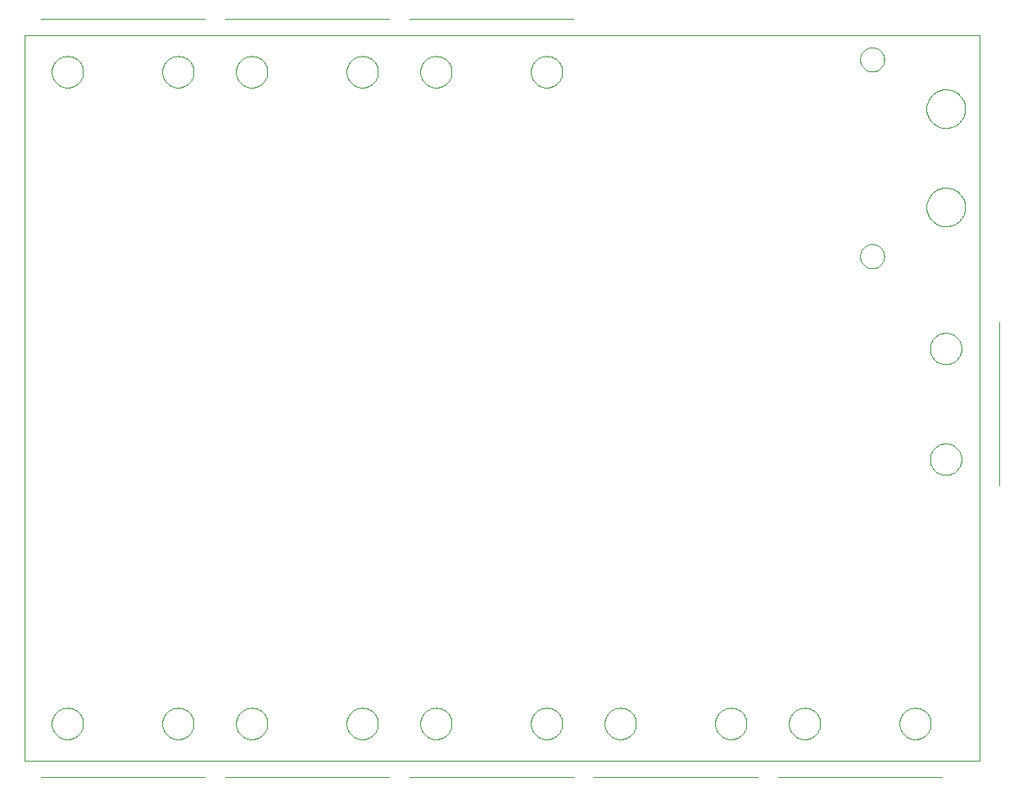
<source format=gbp>
G75*
%MOIN*%
%OFA0B0*%
%FSLAX24Y24*%
%IPPOS*%
%LPD*%
%AMOC8*
5,1,8,0,0,1.08239X$1,22.5*
%
%ADD10C,0.0000*%
%ADD11C,0.0004*%
D10*
X000487Y001704D02*
X000487Y031200D01*
X039357Y031200D01*
X039357Y001704D01*
X000487Y001704D01*
X001597Y003204D02*
X001599Y003254D01*
X001605Y003304D01*
X001615Y003353D01*
X001628Y003402D01*
X001646Y003449D01*
X001667Y003495D01*
X001691Y003538D01*
X001719Y003580D01*
X001750Y003620D01*
X001784Y003657D01*
X001821Y003691D01*
X001861Y003722D01*
X001903Y003750D01*
X001946Y003774D01*
X001992Y003795D01*
X002039Y003813D01*
X002088Y003826D01*
X002137Y003836D01*
X002187Y003842D01*
X002237Y003844D01*
X002287Y003842D01*
X002337Y003836D01*
X002386Y003826D01*
X002435Y003813D01*
X002482Y003795D01*
X002528Y003774D01*
X002571Y003750D01*
X002613Y003722D01*
X002653Y003691D01*
X002690Y003657D01*
X002724Y003620D01*
X002755Y003580D01*
X002783Y003538D01*
X002807Y003495D01*
X002828Y003449D01*
X002846Y003402D01*
X002859Y003353D01*
X002869Y003304D01*
X002875Y003254D01*
X002877Y003204D01*
X002875Y003154D01*
X002869Y003104D01*
X002859Y003055D01*
X002846Y003006D01*
X002828Y002959D01*
X002807Y002913D01*
X002783Y002870D01*
X002755Y002828D01*
X002724Y002788D01*
X002690Y002751D01*
X002653Y002717D01*
X002613Y002686D01*
X002571Y002658D01*
X002528Y002634D01*
X002482Y002613D01*
X002435Y002595D01*
X002386Y002582D01*
X002337Y002572D01*
X002287Y002566D01*
X002237Y002564D01*
X002187Y002566D01*
X002137Y002572D01*
X002088Y002582D01*
X002039Y002595D01*
X001992Y002613D01*
X001946Y002634D01*
X001903Y002658D01*
X001861Y002686D01*
X001821Y002717D01*
X001784Y002751D01*
X001750Y002788D01*
X001719Y002828D01*
X001691Y002870D01*
X001667Y002913D01*
X001646Y002959D01*
X001628Y003006D01*
X001615Y003055D01*
X001605Y003104D01*
X001599Y003154D01*
X001597Y003204D01*
X006097Y003204D02*
X006099Y003254D01*
X006105Y003304D01*
X006115Y003353D01*
X006128Y003402D01*
X006146Y003449D01*
X006167Y003495D01*
X006191Y003538D01*
X006219Y003580D01*
X006250Y003620D01*
X006284Y003657D01*
X006321Y003691D01*
X006361Y003722D01*
X006403Y003750D01*
X006446Y003774D01*
X006492Y003795D01*
X006539Y003813D01*
X006588Y003826D01*
X006637Y003836D01*
X006687Y003842D01*
X006737Y003844D01*
X006787Y003842D01*
X006837Y003836D01*
X006886Y003826D01*
X006935Y003813D01*
X006982Y003795D01*
X007028Y003774D01*
X007071Y003750D01*
X007113Y003722D01*
X007153Y003691D01*
X007190Y003657D01*
X007224Y003620D01*
X007255Y003580D01*
X007283Y003538D01*
X007307Y003495D01*
X007328Y003449D01*
X007346Y003402D01*
X007359Y003353D01*
X007369Y003304D01*
X007375Y003254D01*
X007377Y003204D01*
X007375Y003154D01*
X007369Y003104D01*
X007359Y003055D01*
X007346Y003006D01*
X007328Y002959D01*
X007307Y002913D01*
X007283Y002870D01*
X007255Y002828D01*
X007224Y002788D01*
X007190Y002751D01*
X007153Y002717D01*
X007113Y002686D01*
X007071Y002658D01*
X007028Y002634D01*
X006982Y002613D01*
X006935Y002595D01*
X006886Y002582D01*
X006837Y002572D01*
X006787Y002566D01*
X006737Y002564D01*
X006687Y002566D01*
X006637Y002572D01*
X006588Y002582D01*
X006539Y002595D01*
X006492Y002613D01*
X006446Y002634D01*
X006403Y002658D01*
X006361Y002686D01*
X006321Y002717D01*
X006284Y002751D01*
X006250Y002788D01*
X006219Y002828D01*
X006191Y002870D01*
X006167Y002913D01*
X006146Y002959D01*
X006128Y003006D01*
X006115Y003055D01*
X006105Y003104D01*
X006099Y003154D01*
X006097Y003204D01*
X009097Y003204D02*
X009099Y003254D01*
X009105Y003304D01*
X009115Y003353D01*
X009128Y003402D01*
X009146Y003449D01*
X009167Y003495D01*
X009191Y003538D01*
X009219Y003580D01*
X009250Y003620D01*
X009284Y003657D01*
X009321Y003691D01*
X009361Y003722D01*
X009403Y003750D01*
X009446Y003774D01*
X009492Y003795D01*
X009539Y003813D01*
X009588Y003826D01*
X009637Y003836D01*
X009687Y003842D01*
X009737Y003844D01*
X009787Y003842D01*
X009837Y003836D01*
X009886Y003826D01*
X009935Y003813D01*
X009982Y003795D01*
X010028Y003774D01*
X010071Y003750D01*
X010113Y003722D01*
X010153Y003691D01*
X010190Y003657D01*
X010224Y003620D01*
X010255Y003580D01*
X010283Y003538D01*
X010307Y003495D01*
X010328Y003449D01*
X010346Y003402D01*
X010359Y003353D01*
X010369Y003304D01*
X010375Y003254D01*
X010377Y003204D01*
X010375Y003154D01*
X010369Y003104D01*
X010359Y003055D01*
X010346Y003006D01*
X010328Y002959D01*
X010307Y002913D01*
X010283Y002870D01*
X010255Y002828D01*
X010224Y002788D01*
X010190Y002751D01*
X010153Y002717D01*
X010113Y002686D01*
X010071Y002658D01*
X010028Y002634D01*
X009982Y002613D01*
X009935Y002595D01*
X009886Y002582D01*
X009837Y002572D01*
X009787Y002566D01*
X009737Y002564D01*
X009687Y002566D01*
X009637Y002572D01*
X009588Y002582D01*
X009539Y002595D01*
X009492Y002613D01*
X009446Y002634D01*
X009403Y002658D01*
X009361Y002686D01*
X009321Y002717D01*
X009284Y002751D01*
X009250Y002788D01*
X009219Y002828D01*
X009191Y002870D01*
X009167Y002913D01*
X009146Y002959D01*
X009128Y003006D01*
X009115Y003055D01*
X009105Y003104D01*
X009099Y003154D01*
X009097Y003204D01*
X013597Y003204D02*
X013599Y003254D01*
X013605Y003304D01*
X013615Y003353D01*
X013628Y003402D01*
X013646Y003449D01*
X013667Y003495D01*
X013691Y003538D01*
X013719Y003580D01*
X013750Y003620D01*
X013784Y003657D01*
X013821Y003691D01*
X013861Y003722D01*
X013903Y003750D01*
X013946Y003774D01*
X013992Y003795D01*
X014039Y003813D01*
X014088Y003826D01*
X014137Y003836D01*
X014187Y003842D01*
X014237Y003844D01*
X014287Y003842D01*
X014337Y003836D01*
X014386Y003826D01*
X014435Y003813D01*
X014482Y003795D01*
X014528Y003774D01*
X014571Y003750D01*
X014613Y003722D01*
X014653Y003691D01*
X014690Y003657D01*
X014724Y003620D01*
X014755Y003580D01*
X014783Y003538D01*
X014807Y003495D01*
X014828Y003449D01*
X014846Y003402D01*
X014859Y003353D01*
X014869Y003304D01*
X014875Y003254D01*
X014877Y003204D01*
X014875Y003154D01*
X014869Y003104D01*
X014859Y003055D01*
X014846Y003006D01*
X014828Y002959D01*
X014807Y002913D01*
X014783Y002870D01*
X014755Y002828D01*
X014724Y002788D01*
X014690Y002751D01*
X014653Y002717D01*
X014613Y002686D01*
X014571Y002658D01*
X014528Y002634D01*
X014482Y002613D01*
X014435Y002595D01*
X014386Y002582D01*
X014337Y002572D01*
X014287Y002566D01*
X014237Y002564D01*
X014187Y002566D01*
X014137Y002572D01*
X014088Y002582D01*
X014039Y002595D01*
X013992Y002613D01*
X013946Y002634D01*
X013903Y002658D01*
X013861Y002686D01*
X013821Y002717D01*
X013784Y002751D01*
X013750Y002788D01*
X013719Y002828D01*
X013691Y002870D01*
X013667Y002913D01*
X013646Y002959D01*
X013628Y003006D01*
X013615Y003055D01*
X013605Y003104D01*
X013599Y003154D01*
X013597Y003204D01*
X016597Y003204D02*
X016599Y003254D01*
X016605Y003304D01*
X016615Y003353D01*
X016628Y003402D01*
X016646Y003449D01*
X016667Y003495D01*
X016691Y003538D01*
X016719Y003580D01*
X016750Y003620D01*
X016784Y003657D01*
X016821Y003691D01*
X016861Y003722D01*
X016903Y003750D01*
X016946Y003774D01*
X016992Y003795D01*
X017039Y003813D01*
X017088Y003826D01*
X017137Y003836D01*
X017187Y003842D01*
X017237Y003844D01*
X017287Y003842D01*
X017337Y003836D01*
X017386Y003826D01*
X017435Y003813D01*
X017482Y003795D01*
X017528Y003774D01*
X017571Y003750D01*
X017613Y003722D01*
X017653Y003691D01*
X017690Y003657D01*
X017724Y003620D01*
X017755Y003580D01*
X017783Y003538D01*
X017807Y003495D01*
X017828Y003449D01*
X017846Y003402D01*
X017859Y003353D01*
X017869Y003304D01*
X017875Y003254D01*
X017877Y003204D01*
X017875Y003154D01*
X017869Y003104D01*
X017859Y003055D01*
X017846Y003006D01*
X017828Y002959D01*
X017807Y002913D01*
X017783Y002870D01*
X017755Y002828D01*
X017724Y002788D01*
X017690Y002751D01*
X017653Y002717D01*
X017613Y002686D01*
X017571Y002658D01*
X017528Y002634D01*
X017482Y002613D01*
X017435Y002595D01*
X017386Y002582D01*
X017337Y002572D01*
X017287Y002566D01*
X017237Y002564D01*
X017187Y002566D01*
X017137Y002572D01*
X017088Y002582D01*
X017039Y002595D01*
X016992Y002613D01*
X016946Y002634D01*
X016903Y002658D01*
X016861Y002686D01*
X016821Y002717D01*
X016784Y002751D01*
X016750Y002788D01*
X016719Y002828D01*
X016691Y002870D01*
X016667Y002913D01*
X016646Y002959D01*
X016628Y003006D01*
X016615Y003055D01*
X016605Y003104D01*
X016599Y003154D01*
X016597Y003204D01*
X021097Y003204D02*
X021099Y003254D01*
X021105Y003304D01*
X021115Y003353D01*
X021128Y003402D01*
X021146Y003449D01*
X021167Y003495D01*
X021191Y003538D01*
X021219Y003580D01*
X021250Y003620D01*
X021284Y003657D01*
X021321Y003691D01*
X021361Y003722D01*
X021403Y003750D01*
X021446Y003774D01*
X021492Y003795D01*
X021539Y003813D01*
X021588Y003826D01*
X021637Y003836D01*
X021687Y003842D01*
X021737Y003844D01*
X021787Y003842D01*
X021837Y003836D01*
X021886Y003826D01*
X021935Y003813D01*
X021982Y003795D01*
X022028Y003774D01*
X022071Y003750D01*
X022113Y003722D01*
X022153Y003691D01*
X022190Y003657D01*
X022224Y003620D01*
X022255Y003580D01*
X022283Y003538D01*
X022307Y003495D01*
X022328Y003449D01*
X022346Y003402D01*
X022359Y003353D01*
X022369Y003304D01*
X022375Y003254D01*
X022377Y003204D01*
X022375Y003154D01*
X022369Y003104D01*
X022359Y003055D01*
X022346Y003006D01*
X022328Y002959D01*
X022307Y002913D01*
X022283Y002870D01*
X022255Y002828D01*
X022224Y002788D01*
X022190Y002751D01*
X022153Y002717D01*
X022113Y002686D01*
X022071Y002658D01*
X022028Y002634D01*
X021982Y002613D01*
X021935Y002595D01*
X021886Y002582D01*
X021837Y002572D01*
X021787Y002566D01*
X021737Y002564D01*
X021687Y002566D01*
X021637Y002572D01*
X021588Y002582D01*
X021539Y002595D01*
X021492Y002613D01*
X021446Y002634D01*
X021403Y002658D01*
X021361Y002686D01*
X021321Y002717D01*
X021284Y002751D01*
X021250Y002788D01*
X021219Y002828D01*
X021191Y002870D01*
X021167Y002913D01*
X021146Y002959D01*
X021128Y003006D01*
X021115Y003055D01*
X021105Y003104D01*
X021099Y003154D01*
X021097Y003204D01*
X024097Y003204D02*
X024099Y003254D01*
X024105Y003304D01*
X024115Y003353D01*
X024128Y003402D01*
X024146Y003449D01*
X024167Y003495D01*
X024191Y003538D01*
X024219Y003580D01*
X024250Y003620D01*
X024284Y003657D01*
X024321Y003691D01*
X024361Y003722D01*
X024403Y003750D01*
X024446Y003774D01*
X024492Y003795D01*
X024539Y003813D01*
X024588Y003826D01*
X024637Y003836D01*
X024687Y003842D01*
X024737Y003844D01*
X024787Y003842D01*
X024837Y003836D01*
X024886Y003826D01*
X024935Y003813D01*
X024982Y003795D01*
X025028Y003774D01*
X025071Y003750D01*
X025113Y003722D01*
X025153Y003691D01*
X025190Y003657D01*
X025224Y003620D01*
X025255Y003580D01*
X025283Y003538D01*
X025307Y003495D01*
X025328Y003449D01*
X025346Y003402D01*
X025359Y003353D01*
X025369Y003304D01*
X025375Y003254D01*
X025377Y003204D01*
X025375Y003154D01*
X025369Y003104D01*
X025359Y003055D01*
X025346Y003006D01*
X025328Y002959D01*
X025307Y002913D01*
X025283Y002870D01*
X025255Y002828D01*
X025224Y002788D01*
X025190Y002751D01*
X025153Y002717D01*
X025113Y002686D01*
X025071Y002658D01*
X025028Y002634D01*
X024982Y002613D01*
X024935Y002595D01*
X024886Y002582D01*
X024837Y002572D01*
X024787Y002566D01*
X024737Y002564D01*
X024687Y002566D01*
X024637Y002572D01*
X024588Y002582D01*
X024539Y002595D01*
X024492Y002613D01*
X024446Y002634D01*
X024403Y002658D01*
X024361Y002686D01*
X024321Y002717D01*
X024284Y002751D01*
X024250Y002788D01*
X024219Y002828D01*
X024191Y002870D01*
X024167Y002913D01*
X024146Y002959D01*
X024128Y003006D01*
X024115Y003055D01*
X024105Y003104D01*
X024099Y003154D01*
X024097Y003204D01*
X028597Y003204D02*
X028599Y003254D01*
X028605Y003304D01*
X028615Y003353D01*
X028628Y003402D01*
X028646Y003449D01*
X028667Y003495D01*
X028691Y003538D01*
X028719Y003580D01*
X028750Y003620D01*
X028784Y003657D01*
X028821Y003691D01*
X028861Y003722D01*
X028903Y003750D01*
X028946Y003774D01*
X028992Y003795D01*
X029039Y003813D01*
X029088Y003826D01*
X029137Y003836D01*
X029187Y003842D01*
X029237Y003844D01*
X029287Y003842D01*
X029337Y003836D01*
X029386Y003826D01*
X029435Y003813D01*
X029482Y003795D01*
X029528Y003774D01*
X029571Y003750D01*
X029613Y003722D01*
X029653Y003691D01*
X029690Y003657D01*
X029724Y003620D01*
X029755Y003580D01*
X029783Y003538D01*
X029807Y003495D01*
X029828Y003449D01*
X029846Y003402D01*
X029859Y003353D01*
X029869Y003304D01*
X029875Y003254D01*
X029877Y003204D01*
X029875Y003154D01*
X029869Y003104D01*
X029859Y003055D01*
X029846Y003006D01*
X029828Y002959D01*
X029807Y002913D01*
X029783Y002870D01*
X029755Y002828D01*
X029724Y002788D01*
X029690Y002751D01*
X029653Y002717D01*
X029613Y002686D01*
X029571Y002658D01*
X029528Y002634D01*
X029482Y002613D01*
X029435Y002595D01*
X029386Y002582D01*
X029337Y002572D01*
X029287Y002566D01*
X029237Y002564D01*
X029187Y002566D01*
X029137Y002572D01*
X029088Y002582D01*
X029039Y002595D01*
X028992Y002613D01*
X028946Y002634D01*
X028903Y002658D01*
X028861Y002686D01*
X028821Y002717D01*
X028784Y002751D01*
X028750Y002788D01*
X028719Y002828D01*
X028691Y002870D01*
X028667Y002913D01*
X028646Y002959D01*
X028628Y003006D01*
X028615Y003055D01*
X028605Y003104D01*
X028599Y003154D01*
X028597Y003204D01*
X031597Y003204D02*
X031599Y003254D01*
X031605Y003304D01*
X031615Y003353D01*
X031628Y003402D01*
X031646Y003449D01*
X031667Y003495D01*
X031691Y003538D01*
X031719Y003580D01*
X031750Y003620D01*
X031784Y003657D01*
X031821Y003691D01*
X031861Y003722D01*
X031903Y003750D01*
X031946Y003774D01*
X031992Y003795D01*
X032039Y003813D01*
X032088Y003826D01*
X032137Y003836D01*
X032187Y003842D01*
X032237Y003844D01*
X032287Y003842D01*
X032337Y003836D01*
X032386Y003826D01*
X032435Y003813D01*
X032482Y003795D01*
X032528Y003774D01*
X032571Y003750D01*
X032613Y003722D01*
X032653Y003691D01*
X032690Y003657D01*
X032724Y003620D01*
X032755Y003580D01*
X032783Y003538D01*
X032807Y003495D01*
X032828Y003449D01*
X032846Y003402D01*
X032859Y003353D01*
X032869Y003304D01*
X032875Y003254D01*
X032877Y003204D01*
X032875Y003154D01*
X032869Y003104D01*
X032859Y003055D01*
X032846Y003006D01*
X032828Y002959D01*
X032807Y002913D01*
X032783Y002870D01*
X032755Y002828D01*
X032724Y002788D01*
X032690Y002751D01*
X032653Y002717D01*
X032613Y002686D01*
X032571Y002658D01*
X032528Y002634D01*
X032482Y002613D01*
X032435Y002595D01*
X032386Y002582D01*
X032337Y002572D01*
X032287Y002566D01*
X032237Y002564D01*
X032187Y002566D01*
X032137Y002572D01*
X032088Y002582D01*
X032039Y002595D01*
X031992Y002613D01*
X031946Y002634D01*
X031903Y002658D01*
X031861Y002686D01*
X031821Y002717D01*
X031784Y002751D01*
X031750Y002788D01*
X031719Y002828D01*
X031691Y002870D01*
X031667Y002913D01*
X031646Y002959D01*
X031628Y003006D01*
X031615Y003055D01*
X031605Y003104D01*
X031599Y003154D01*
X031597Y003204D01*
X036097Y003204D02*
X036099Y003254D01*
X036105Y003304D01*
X036115Y003353D01*
X036128Y003402D01*
X036146Y003449D01*
X036167Y003495D01*
X036191Y003538D01*
X036219Y003580D01*
X036250Y003620D01*
X036284Y003657D01*
X036321Y003691D01*
X036361Y003722D01*
X036403Y003750D01*
X036446Y003774D01*
X036492Y003795D01*
X036539Y003813D01*
X036588Y003826D01*
X036637Y003836D01*
X036687Y003842D01*
X036737Y003844D01*
X036787Y003842D01*
X036837Y003836D01*
X036886Y003826D01*
X036935Y003813D01*
X036982Y003795D01*
X037028Y003774D01*
X037071Y003750D01*
X037113Y003722D01*
X037153Y003691D01*
X037190Y003657D01*
X037224Y003620D01*
X037255Y003580D01*
X037283Y003538D01*
X037307Y003495D01*
X037328Y003449D01*
X037346Y003402D01*
X037359Y003353D01*
X037369Y003304D01*
X037375Y003254D01*
X037377Y003204D01*
X037375Y003154D01*
X037369Y003104D01*
X037359Y003055D01*
X037346Y003006D01*
X037328Y002959D01*
X037307Y002913D01*
X037283Y002870D01*
X037255Y002828D01*
X037224Y002788D01*
X037190Y002751D01*
X037153Y002717D01*
X037113Y002686D01*
X037071Y002658D01*
X037028Y002634D01*
X036982Y002613D01*
X036935Y002595D01*
X036886Y002582D01*
X036837Y002572D01*
X036787Y002566D01*
X036737Y002564D01*
X036687Y002566D01*
X036637Y002572D01*
X036588Y002582D01*
X036539Y002595D01*
X036492Y002613D01*
X036446Y002634D01*
X036403Y002658D01*
X036361Y002686D01*
X036321Y002717D01*
X036284Y002751D01*
X036250Y002788D01*
X036219Y002828D01*
X036191Y002870D01*
X036167Y002913D01*
X036146Y002959D01*
X036128Y003006D01*
X036115Y003055D01*
X036105Y003104D01*
X036099Y003154D01*
X036097Y003204D01*
X037347Y013954D02*
X037349Y014004D01*
X037355Y014054D01*
X037365Y014103D01*
X037378Y014152D01*
X037396Y014199D01*
X037417Y014245D01*
X037441Y014288D01*
X037469Y014330D01*
X037500Y014370D01*
X037534Y014407D01*
X037571Y014441D01*
X037611Y014472D01*
X037653Y014500D01*
X037696Y014524D01*
X037742Y014545D01*
X037789Y014563D01*
X037838Y014576D01*
X037887Y014586D01*
X037937Y014592D01*
X037987Y014594D01*
X038037Y014592D01*
X038087Y014586D01*
X038136Y014576D01*
X038185Y014563D01*
X038232Y014545D01*
X038278Y014524D01*
X038321Y014500D01*
X038363Y014472D01*
X038403Y014441D01*
X038440Y014407D01*
X038474Y014370D01*
X038505Y014330D01*
X038533Y014288D01*
X038557Y014245D01*
X038578Y014199D01*
X038596Y014152D01*
X038609Y014103D01*
X038619Y014054D01*
X038625Y014004D01*
X038627Y013954D01*
X038625Y013904D01*
X038619Y013854D01*
X038609Y013805D01*
X038596Y013756D01*
X038578Y013709D01*
X038557Y013663D01*
X038533Y013620D01*
X038505Y013578D01*
X038474Y013538D01*
X038440Y013501D01*
X038403Y013467D01*
X038363Y013436D01*
X038321Y013408D01*
X038278Y013384D01*
X038232Y013363D01*
X038185Y013345D01*
X038136Y013332D01*
X038087Y013322D01*
X038037Y013316D01*
X037987Y013314D01*
X037937Y013316D01*
X037887Y013322D01*
X037838Y013332D01*
X037789Y013345D01*
X037742Y013363D01*
X037696Y013384D01*
X037653Y013408D01*
X037611Y013436D01*
X037571Y013467D01*
X037534Y013501D01*
X037500Y013538D01*
X037469Y013578D01*
X037441Y013620D01*
X037417Y013663D01*
X037396Y013709D01*
X037378Y013756D01*
X037365Y013805D01*
X037355Y013854D01*
X037349Y013904D01*
X037347Y013954D01*
X037347Y018454D02*
X037349Y018504D01*
X037355Y018554D01*
X037365Y018603D01*
X037378Y018652D01*
X037396Y018699D01*
X037417Y018745D01*
X037441Y018788D01*
X037469Y018830D01*
X037500Y018870D01*
X037534Y018907D01*
X037571Y018941D01*
X037611Y018972D01*
X037653Y019000D01*
X037696Y019024D01*
X037742Y019045D01*
X037789Y019063D01*
X037838Y019076D01*
X037887Y019086D01*
X037937Y019092D01*
X037987Y019094D01*
X038037Y019092D01*
X038087Y019086D01*
X038136Y019076D01*
X038185Y019063D01*
X038232Y019045D01*
X038278Y019024D01*
X038321Y019000D01*
X038363Y018972D01*
X038403Y018941D01*
X038440Y018907D01*
X038474Y018870D01*
X038505Y018830D01*
X038533Y018788D01*
X038557Y018745D01*
X038578Y018699D01*
X038596Y018652D01*
X038609Y018603D01*
X038619Y018554D01*
X038625Y018504D01*
X038627Y018454D01*
X038625Y018404D01*
X038619Y018354D01*
X038609Y018305D01*
X038596Y018256D01*
X038578Y018209D01*
X038557Y018163D01*
X038533Y018120D01*
X038505Y018078D01*
X038474Y018038D01*
X038440Y018001D01*
X038403Y017967D01*
X038363Y017936D01*
X038321Y017908D01*
X038278Y017884D01*
X038232Y017863D01*
X038185Y017845D01*
X038136Y017832D01*
X038087Y017822D01*
X038037Y017816D01*
X037987Y017814D01*
X037937Y017816D01*
X037887Y017822D01*
X037838Y017832D01*
X037789Y017845D01*
X037742Y017863D01*
X037696Y017884D01*
X037653Y017908D01*
X037611Y017936D01*
X037571Y017967D01*
X037534Y018001D01*
X037500Y018038D01*
X037469Y018078D01*
X037441Y018120D01*
X037417Y018163D01*
X037396Y018209D01*
X037378Y018256D01*
X037365Y018305D01*
X037355Y018354D01*
X037349Y018404D01*
X037347Y018454D01*
X034495Y022204D02*
X034497Y022248D01*
X034503Y022292D01*
X034513Y022335D01*
X034526Y022377D01*
X034544Y022417D01*
X034565Y022456D01*
X034589Y022493D01*
X034616Y022528D01*
X034647Y022560D01*
X034680Y022589D01*
X034716Y022615D01*
X034754Y022637D01*
X034794Y022656D01*
X034835Y022672D01*
X034878Y022684D01*
X034921Y022692D01*
X034965Y022696D01*
X035009Y022696D01*
X035053Y022692D01*
X035096Y022684D01*
X035139Y022672D01*
X035180Y022656D01*
X035220Y022637D01*
X035258Y022615D01*
X035294Y022589D01*
X035327Y022560D01*
X035358Y022528D01*
X035385Y022493D01*
X035409Y022456D01*
X035430Y022417D01*
X035448Y022377D01*
X035461Y022335D01*
X035471Y022292D01*
X035477Y022248D01*
X035479Y022204D01*
X035477Y022160D01*
X035471Y022116D01*
X035461Y022073D01*
X035448Y022031D01*
X035430Y021991D01*
X035409Y021952D01*
X035385Y021915D01*
X035358Y021880D01*
X035327Y021848D01*
X035294Y021819D01*
X035258Y021793D01*
X035220Y021771D01*
X035180Y021752D01*
X035139Y021736D01*
X035096Y021724D01*
X035053Y021716D01*
X035009Y021712D01*
X034965Y021712D01*
X034921Y021716D01*
X034878Y021724D01*
X034835Y021736D01*
X034794Y021752D01*
X034754Y021771D01*
X034716Y021793D01*
X034680Y021819D01*
X034647Y021848D01*
X034616Y021880D01*
X034589Y021915D01*
X034565Y021952D01*
X034544Y021991D01*
X034526Y022031D01*
X034513Y022073D01*
X034503Y022116D01*
X034497Y022160D01*
X034495Y022204D01*
X037200Y024204D02*
X037202Y024260D01*
X037208Y024315D01*
X037218Y024369D01*
X037231Y024423D01*
X037249Y024476D01*
X037270Y024527D01*
X037294Y024577D01*
X037322Y024625D01*
X037354Y024671D01*
X037388Y024715D01*
X037426Y024756D01*
X037466Y024794D01*
X037509Y024829D01*
X037554Y024861D01*
X037602Y024890D01*
X037651Y024916D01*
X037702Y024938D01*
X037754Y024956D01*
X037808Y024970D01*
X037863Y024981D01*
X037918Y024988D01*
X037973Y024991D01*
X038029Y024990D01*
X038084Y024985D01*
X038139Y024976D01*
X038193Y024964D01*
X038246Y024947D01*
X038298Y024927D01*
X038348Y024903D01*
X038396Y024876D01*
X038443Y024846D01*
X038487Y024812D01*
X038529Y024775D01*
X038567Y024735D01*
X038604Y024693D01*
X038637Y024648D01*
X038666Y024602D01*
X038693Y024553D01*
X038715Y024502D01*
X038735Y024450D01*
X038750Y024396D01*
X038762Y024342D01*
X038770Y024287D01*
X038774Y024232D01*
X038774Y024176D01*
X038770Y024121D01*
X038762Y024066D01*
X038750Y024012D01*
X038735Y023958D01*
X038715Y023906D01*
X038693Y023855D01*
X038666Y023806D01*
X038637Y023760D01*
X038604Y023715D01*
X038567Y023673D01*
X038529Y023633D01*
X038487Y023596D01*
X038443Y023562D01*
X038396Y023532D01*
X038348Y023505D01*
X038298Y023481D01*
X038246Y023461D01*
X038193Y023444D01*
X038139Y023432D01*
X038084Y023423D01*
X038029Y023418D01*
X037973Y023417D01*
X037918Y023420D01*
X037863Y023427D01*
X037808Y023438D01*
X037754Y023452D01*
X037702Y023470D01*
X037651Y023492D01*
X037602Y023518D01*
X037554Y023547D01*
X037509Y023579D01*
X037466Y023614D01*
X037426Y023652D01*
X037388Y023693D01*
X037354Y023737D01*
X037322Y023783D01*
X037294Y023831D01*
X037270Y023881D01*
X037249Y023932D01*
X037231Y023985D01*
X037218Y024039D01*
X037208Y024093D01*
X037202Y024148D01*
X037200Y024204D01*
X037200Y028204D02*
X037202Y028260D01*
X037208Y028315D01*
X037218Y028369D01*
X037231Y028423D01*
X037249Y028476D01*
X037270Y028527D01*
X037294Y028577D01*
X037322Y028625D01*
X037354Y028671D01*
X037388Y028715D01*
X037426Y028756D01*
X037466Y028794D01*
X037509Y028829D01*
X037554Y028861D01*
X037602Y028890D01*
X037651Y028916D01*
X037702Y028938D01*
X037754Y028956D01*
X037808Y028970D01*
X037863Y028981D01*
X037918Y028988D01*
X037973Y028991D01*
X038029Y028990D01*
X038084Y028985D01*
X038139Y028976D01*
X038193Y028964D01*
X038246Y028947D01*
X038298Y028927D01*
X038348Y028903D01*
X038396Y028876D01*
X038443Y028846D01*
X038487Y028812D01*
X038529Y028775D01*
X038567Y028735D01*
X038604Y028693D01*
X038637Y028648D01*
X038666Y028602D01*
X038693Y028553D01*
X038715Y028502D01*
X038735Y028450D01*
X038750Y028396D01*
X038762Y028342D01*
X038770Y028287D01*
X038774Y028232D01*
X038774Y028176D01*
X038770Y028121D01*
X038762Y028066D01*
X038750Y028012D01*
X038735Y027958D01*
X038715Y027906D01*
X038693Y027855D01*
X038666Y027806D01*
X038637Y027760D01*
X038604Y027715D01*
X038567Y027673D01*
X038529Y027633D01*
X038487Y027596D01*
X038443Y027562D01*
X038396Y027532D01*
X038348Y027505D01*
X038298Y027481D01*
X038246Y027461D01*
X038193Y027444D01*
X038139Y027432D01*
X038084Y027423D01*
X038029Y027418D01*
X037973Y027417D01*
X037918Y027420D01*
X037863Y027427D01*
X037808Y027438D01*
X037754Y027452D01*
X037702Y027470D01*
X037651Y027492D01*
X037602Y027518D01*
X037554Y027547D01*
X037509Y027579D01*
X037466Y027614D01*
X037426Y027652D01*
X037388Y027693D01*
X037354Y027737D01*
X037322Y027783D01*
X037294Y027831D01*
X037270Y027881D01*
X037249Y027932D01*
X037231Y027985D01*
X037218Y028039D01*
X037208Y028093D01*
X037202Y028148D01*
X037200Y028204D01*
X034495Y030204D02*
X034497Y030248D01*
X034503Y030292D01*
X034513Y030335D01*
X034526Y030377D01*
X034544Y030417D01*
X034565Y030456D01*
X034589Y030493D01*
X034616Y030528D01*
X034647Y030560D01*
X034680Y030589D01*
X034716Y030615D01*
X034754Y030637D01*
X034794Y030656D01*
X034835Y030672D01*
X034878Y030684D01*
X034921Y030692D01*
X034965Y030696D01*
X035009Y030696D01*
X035053Y030692D01*
X035096Y030684D01*
X035139Y030672D01*
X035180Y030656D01*
X035220Y030637D01*
X035258Y030615D01*
X035294Y030589D01*
X035327Y030560D01*
X035358Y030528D01*
X035385Y030493D01*
X035409Y030456D01*
X035430Y030417D01*
X035448Y030377D01*
X035461Y030335D01*
X035471Y030292D01*
X035477Y030248D01*
X035479Y030204D01*
X035477Y030160D01*
X035471Y030116D01*
X035461Y030073D01*
X035448Y030031D01*
X035430Y029991D01*
X035409Y029952D01*
X035385Y029915D01*
X035358Y029880D01*
X035327Y029848D01*
X035294Y029819D01*
X035258Y029793D01*
X035220Y029771D01*
X035180Y029752D01*
X035139Y029736D01*
X035096Y029724D01*
X035053Y029716D01*
X035009Y029712D01*
X034965Y029712D01*
X034921Y029716D01*
X034878Y029724D01*
X034835Y029736D01*
X034794Y029752D01*
X034754Y029771D01*
X034716Y029793D01*
X034680Y029819D01*
X034647Y029848D01*
X034616Y029880D01*
X034589Y029915D01*
X034565Y029952D01*
X034544Y029991D01*
X034526Y030031D01*
X034513Y030073D01*
X034503Y030116D01*
X034497Y030160D01*
X034495Y030204D01*
X021097Y029704D02*
X021099Y029754D01*
X021105Y029804D01*
X021115Y029853D01*
X021128Y029902D01*
X021146Y029949D01*
X021167Y029995D01*
X021191Y030038D01*
X021219Y030080D01*
X021250Y030120D01*
X021284Y030157D01*
X021321Y030191D01*
X021361Y030222D01*
X021403Y030250D01*
X021446Y030274D01*
X021492Y030295D01*
X021539Y030313D01*
X021588Y030326D01*
X021637Y030336D01*
X021687Y030342D01*
X021737Y030344D01*
X021787Y030342D01*
X021837Y030336D01*
X021886Y030326D01*
X021935Y030313D01*
X021982Y030295D01*
X022028Y030274D01*
X022071Y030250D01*
X022113Y030222D01*
X022153Y030191D01*
X022190Y030157D01*
X022224Y030120D01*
X022255Y030080D01*
X022283Y030038D01*
X022307Y029995D01*
X022328Y029949D01*
X022346Y029902D01*
X022359Y029853D01*
X022369Y029804D01*
X022375Y029754D01*
X022377Y029704D01*
X022375Y029654D01*
X022369Y029604D01*
X022359Y029555D01*
X022346Y029506D01*
X022328Y029459D01*
X022307Y029413D01*
X022283Y029370D01*
X022255Y029328D01*
X022224Y029288D01*
X022190Y029251D01*
X022153Y029217D01*
X022113Y029186D01*
X022071Y029158D01*
X022028Y029134D01*
X021982Y029113D01*
X021935Y029095D01*
X021886Y029082D01*
X021837Y029072D01*
X021787Y029066D01*
X021737Y029064D01*
X021687Y029066D01*
X021637Y029072D01*
X021588Y029082D01*
X021539Y029095D01*
X021492Y029113D01*
X021446Y029134D01*
X021403Y029158D01*
X021361Y029186D01*
X021321Y029217D01*
X021284Y029251D01*
X021250Y029288D01*
X021219Y029328D01*
X021191Y029370D01*
X021167Y029413D01*
X021146Y029459D01*
X021128Y029506D01*
X021115Y029555D01*
X021105Y029604D01*
X021099Y029654D01*
X021097Y029704D01*
X016597Y029704D02*
X016599Y029754D01*
X016605Y029804D01*
X016615Y029853D01*
X016628Y029902D01*
X016646Y029949D01*
X016667Y029995D01*
X016691Y030038D01*
X016719Y030080D01*
X016750Y030120D01*
X016784Y030157D01*
X016821Y030191D01*
X016861Y030222D01*
X016903Y030250D01*
X016946Y030274D01*
X016992Y030295D01*
X017039Y030313D01*
X017088Y030326D01*
X017137Y030336D01*
X017187Y030342D01*
X017237Y030344D01*
X017287Y030342D01*
X017337Y030336D01*
X017386Y030326D01*
X017435Y030313D01*
X017482Y030295D01*
X017528Y030274D01*
X017571Y030250D01*
X017613Y030222D01*
X017653Y030191D01*
X017690Y030157D01*
X017724Y030120D01*
X017755Y030080D01*
X017783Y030038D01*
X017807Y029995D01*
X017828Y029949D01*
X017846Y029902D01*
X017859Y029853D01*
X017869Y029804D01*
X017875Y029754D01*
X017877Y029704D01*
X017875Y029654D01*
X017869Y029604D01*
X017859Y029555D01*
X017846Y029506D01*
X017828Y029459D01*
X017807Y029413D01*
X017783Y029370D01*
X017755Y029328D01*
X017724Y029288D01*
X017690Y029251D01*
X017653Y029217D01*
X017613Y029186D01*
X017571Y029158D01*
X017528Y029134D01*
X017482Y029113D01*
X017435Y029095D01*
X017386Y029082D01*
X017337Y029072D01*
X017287Y029066D01*
X017237Y029064D01*
X017187Y029066D01*
X017137Y029072D01*
X017088Y029082D01*
X017039Y029095D01*
X016992Y029113D01*
X016946Y029134D01*
X016903Y029158D01*
X016861Y029186D01*
X016821Y029217D01*
X016784Y029251D01*
X016750Y029288D01*
X016719Y029328D01*
X016691Y029370D01*
X016667Y029413D01*
X016646Y029459D01*
X016628Y029506D01*
X016615Y029555D01*
X016605Y029604D01*
X016599Y029654D01*
X016597Y029704D01*
X013597Y029704D02*
X013599Y029754D01*
X013605Y029804D01*
X013615Y029853D01*
X013628Y029902D01*
X013646Y029949D01*
X013667Y029995D01*
X013691Y030038D01*
X013719Y030080D01*
X013750Y030120D01*
X013784Y030157D01*
X013821Y030191D01*
X013861Y030222D01*
X013903Y030250D01*
X013946Y030274D01*
X013992Y030295D01*
X014039Y030313D01*
X014088Y030326D01*
X014137Y030336D01*
X014187Y030342D01*
X014237Y030344D01*
X014287Y030342D01*
X014337Y030336D01*
X014386Y030326D01*
X014435Y030313D01*
X014482Y030295D01*
X014528Y030274D01*
X014571Y030250D01*
X014613Y030222D01*
X014653Y030191D01*
X014690Y030157D01*
X014724Y030120D01*
X014755Y030080D01*
X014783Y030038D01*
X014807Y029995D01*
X014828Y029949D01*
X014846Y029902D01*
X014859Y029853D01*
X014869Y029804D01*
X014875Y029754D01*
X014877Y029704D01*
X014875Y029654D01*
X014869Y029604D01*
X014859Y029555D01*
X014846Y029506D01*
X014828Y029459D01*
X014807Y029413D01*
X014783Y029370D01*
X014755Y029328D01*
X014724Y029288D01*
X014690Y029251D01*
X014653Y029217D01*
X014613Y029186D01*
X014571Y029158D01*
X014528Y029134D01*
X014482Y029113D01*
X014435Y029095D01*
X014386Y029082D01*
X014337Y029072D01*
X014287Y029066D01*
X014237Y029064D01*
X014187Y029066D01*
X014137Y029072D01*
X014088Y029082D01*
X014039Y029095D01*
X013992Y029113D01*
X013946Y029134D01*
X013903Y029158D01*
X013861Y029186D01*
X013821Y029217D01*
X013784Y029251D01*
X013750Y029288D01*
X013719Y029328D01*
X013691Y029370D01*
X013667Y029413D01*
X013646Y029459D01*
X013628Y029506D01*
X013615Y029555D01*
X013605Y029604D01*
X013599Y029654D01*
X013597Y029704D01*
X009097Y029704D02*
X009099Y029754D01*
X009105Y029804D01*
X009115Y029853D01*
X009128Y029902D01*
X009146Y029949D01*
X009167Y029995D01*
X009191Y030038D01*
X009219Y030080D01*
X009250Y030120D01*
X009284Y030157D01*
X009321Y030191D01*
X009361Y030222D01*
X009403Y030250D01*
X009446Y030274D01*
X009492Y030295D01*
X009539Y030313D01*
X009588Y030326D01*
X009637Y030336D01*
X009687Y030342D01*
X009737Y030344D01*
X009787Y030342D01*
X009837Y030336D01*
X009886Y030326D01*
X009935Y030313D01*
X009982Y030295D01*
X010028Y030274D01*
X010071Y030250D01*
X010113Y030222D01*
X010153Y030191D01*
X010190Y030157D01*
X010224Y030120D01*
X010255Y030080D01*
X010283Y030038D01*
X010307Y029995D01*
X010328Y029949D01*
X010346Y029902D01*
X010359Y029853D01*
X010369Y029804D01*
X010375Y029754D01*
X010377Y029704D01*
X010375Y029654D01*
X010369Y029604D01*
X010359Y029555D01*
X010346Y029506D01*
X010328Y029459D01*
X010307Y029413D01*
X010283Y029370D01*
X010255Y029328D01*
X010224Y029288D01*
X010190Y029251D01*
X010153Y029217D01*
X010113Y029186D01*
X010071Y029158D01*
X010028Y029134D01*
X009982Y029113D01*
X009935Y029095D01*
X009886Y029082D01*
X009837Y029072D01*
X009787Y029066D01*
X009737Y029064D01*
X009687Y029066D01*
X009637Y029072D01*
X009588Y029082D01*
X009539Y029095D01*
X009492Y029113D01*
X009446Y029134D01*
X009403Y029158D01*
X009361Y029186D01*
X009321Y029217D01*
X009284Y029251D01*
X009250Y029288D01*
X009219Y029328D01*
X009191Y029370D01*
X009167Y029413D01*
X009146Y029459D01*
X009128Y029506D01*
X009115Y029555D01*
X009105Y029604D01*
X009099Y029654D01*
X009097Y029704D01*
X006097Y029704D02*
X006099Y029754D01*
X006105Y029804D01*
X006115Y029853D01*
X006128Y029902D01*
X006146Y029949D01*
X006167Y029995D01*
X006191Y030038D01*
X006219Y030080D01*
X006250Y030120D01*
X006284Y030157D01*
X006321Y030191D01*
X006361Y030222D01*
X006403Y030250D01*
X006446Y030274D01*
X006492Y030295D01*
X006539Y030313D01*
X006588Y030326D01*
X006637Y030336D01*
X006687Y030342D01*
X006737Y030344D01*
X006787Y030342D01*
X006837Y030336D01*
X006886Y030326D01*
X006935Y030313D01*
X006982Y030295D01*
X007028Y030274D01*
X007071Y030250D01*
X007113Y030222D01*
X007153Y030191D01*
X007190Y030157D01*
X007224Y030120D01*
X007255Y030080D01*
X007283Y030038D01*
X007307Y029995D01*
X007328Y029949D01*
X007346Y029902D01*
X007359Y029853D01*
X007369Y029804D01*
X007375Y029754D01*
X007377Y029704D01*
X007375Y029654D01*
X007369Y029604D01*
X007359Y029555D01*
X007346Y029506D01*
X007328Y029459D01*
X007307Y029413D01*
X007283Y029370D01*
X007255Y029328D01*
X007224Y029288D01*
X007190Y029251D01*
X007153Y029217D01*
X007113Y029186D01*
X007071Y029158D01*
X007028Y029134D01*
X006982Y029113D01*
X006935Y029095D01*
X006886Y029082D01*
X006837Y029072D01*
X006787Y029066D01*
X006737Y029064D01*
X006687Y029066D01*
X006637Y029072D01*
X006588Y029082D01*
X006539Y029095D01*
X006492Y029113D01*
X006446Y029134D01*
X006403Y029158D01*
X006361Y029186D01*
X006321Y029217D01*
X006284Y029251D01*
X006250Y029288D01*
X006219Y029328D01*
X006191Y029370D01*
X006167Y029413D01*
X006146Y029459D01*
X006128Y029506D01*
X006115Y029555D01*
X006105Y029604D01*
X006099Y029654D01*
X006097Y029704D01*
X001597Y029704D02*
X001599Y029754D01*
X001605Y029804D01*
X001615Y029853D01*
X001628Y029902D01*
X001646Y029949D01*
X001667Y029995D01*
X001691Y030038D01*
X001719Y030080D01*
X001750Y030120D01*
X001784Y030157D01*
X001821Y030191D01*
X001861Y030222D01*
X001903Y030250D01*
X001946Y030274D01*
X001992Y030295D01*
X002039Y030313D01*
X002088Y030326D01*
X002137Y030336D01*
X002187Y030342D01*
X002237Y030344D01*
X002287Y030342D01*
X002337Y030336D01*
X002386Y030326D01*
X002435Y030313D01*
X002482Y030295D01*
X002528Y030274D01*
X002571Y030250D01*
X002613Y030222D01*
X002653Y030191D01*
X002690Y030157D01*
X002724Y030120D01*
X002755Y030080D01*
X002783Y030038D01*
X002807Y029995D01*
X002828Y029949D01*
X002846Y029902D01*
X002859Y029853D01*
X002869Y029804D01*
X002875Y029754D01*
X002877Y029704D01*
X002875Y029654D01*
X002869Y029604D01*
X002859Y029555D01*
X002846Y029506D01*
X002828Y029459D01*
X002807Y029413D01*
X002783Y029370D01*
X002755Y029328D01*
X002724Y029288D01*
X002690Y029251D01*
X002653Y029217D01*
X002613Y029186D01*
X002571Y029158D01*
X002528Y029134D01*
X002482Y029113D01*
X002435Y029095D01*
X002386Y029082D01*
X002337Y029072D01*
X002287Y029066D01*
X002237Y029064D01*
X002187Y029066D01*
X002137Y029072D01*
X002088Y029082D01*
X002039Y029095D01*
X001992Y029113D01*
X001946Y029134D01*
X001903Y029158D01*
X001861Y029186D01*
X001821Y029217D01*
X001784Y029251D01*
X001750Y029288D01*
X001719Y029328D01*
X001691Y029370D01*
X001667Y029413D01*
X001646Y029459D01*
X001628Y029506D01*
X001615Y029555D01*
X001605Y029604D01*
X001599Y029654D01*
X001597Y029704D01*
D11*
X001162Y001034D02*
X007812Y001034D01*
X008662Y001034D02*
X015312Y001034D01*
X016162Y001034D02*
X022812Y001034D01*
X023662Y001034D02*
X030312Y001034D01*
X031162Y001034D02*
X037812Y001034D01*
X040157Y012879D02*
X040157Y019529D01*
X022812Y031874D02*
X016162Y031874D01*
X015312Y031874D02*
X008662Y031874D01*
X007812Y031874D02*
X001162Y031874D01*
M02*

</source>
